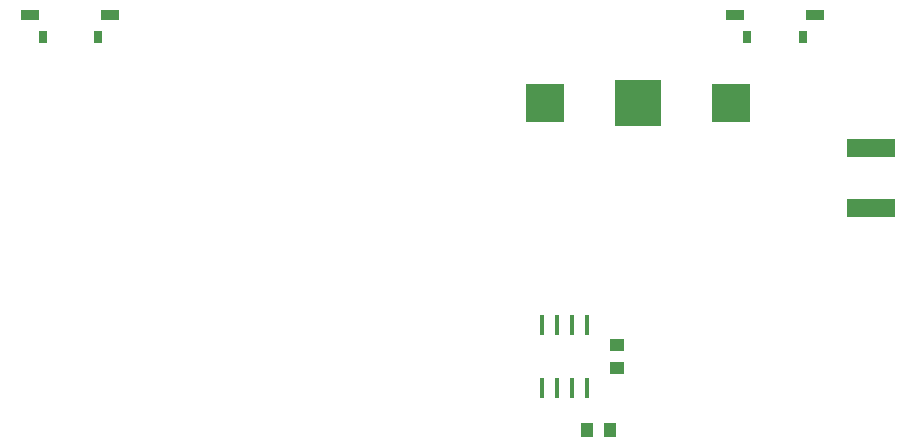
<source format=gbp>
G04 DipTrace 3.2.0.1*
G04 Teensy3.6TouchDisplayLoRaV03.gbp*
%MOIN*%
G04 #@! TF.FileFunction,Paste,Bot*
G04 #@! TF.Part,Single*
%AMOUTLINE2*
4,1,4,
-0.013563,0.021063,
-0.013563,-0.021063,
0.013563,-0.021063,
0.013563,0.021063,
-0.013563,0.021063,
0*%
%AMOUTLINE3*
4,1,4,
0.0285,0.0155,
-0.0285,0.0155,
-0.0285,-0.0155,
0.0285,-0.0155,
0.0285,0.0155,
0*%
%AMOUTLINE6*
4,1,4,
0.08,-0.03,
0.08,0.03,
-0.08,0.03,
-0.08,-0.03,
0.08,-0.03,
0*%
%ADD58R,0.156X0.156*%
%ADD59R,0.125X0.125*%
%ADD83R,0.015748X0.070866*%
%ADD111R,0.051181X0.043307*%
%ADD113R,0.043307X0.051181*%
%ADD122OUTLINE2*%
%ADD123OUTLINE3*%
%ADD126OUTLINE6*%
%FSLAX26Y26*%
G04*
G70*
G90*
G75*
G01*
G04 BotPaste*
%LPD*%
D111*
X2818701Y1206103D3*
Y1131299D3*
D122*
X3251211Y2233701D3*
X3436211D3*
D123*
X3210711Y2308201D3*
X3476711D3*
D113*
X2718457Y924895D3*
X2793260D3*
D122*
X902378Y2233701D3*
X1087378D3*
D123*
X861878Y2308201D3*
X1127878D3*
D83*
X2718701Y1062402D3*
X2668701D3*
X2618701D3*
X2568701D3*
Y1275000D3*
X2618701D3*
X2668701D3*
X2718701D3*
D58*
X2887457Y2013692D3*
D59*
X3197457D3*
X2577457D3*
D126*
X3663702Y1662449D3*
Y1862449D3*
M02*

</source>
